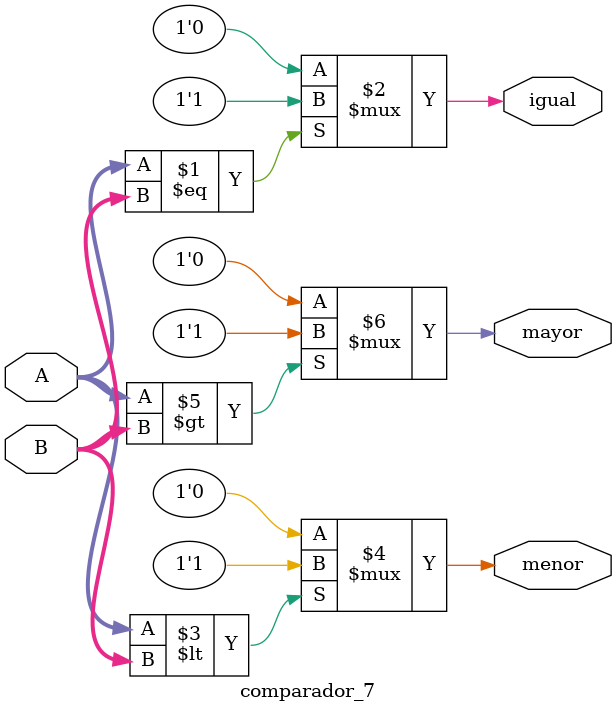
<source format=v>
`timescale 1ns / 1ps


module comparador_7(
    input [6:0] A,
    input [6:0] B,
    output igual,
    output menor,
    output mayor
    );
    
    assign igual = (A==B)?1'b1:1'b0;
    assign menor = (A<B)?1'b1:1'b0;
    assign mayor = (A>B)?1'b1:1'b0;  
endmodule

</source>
